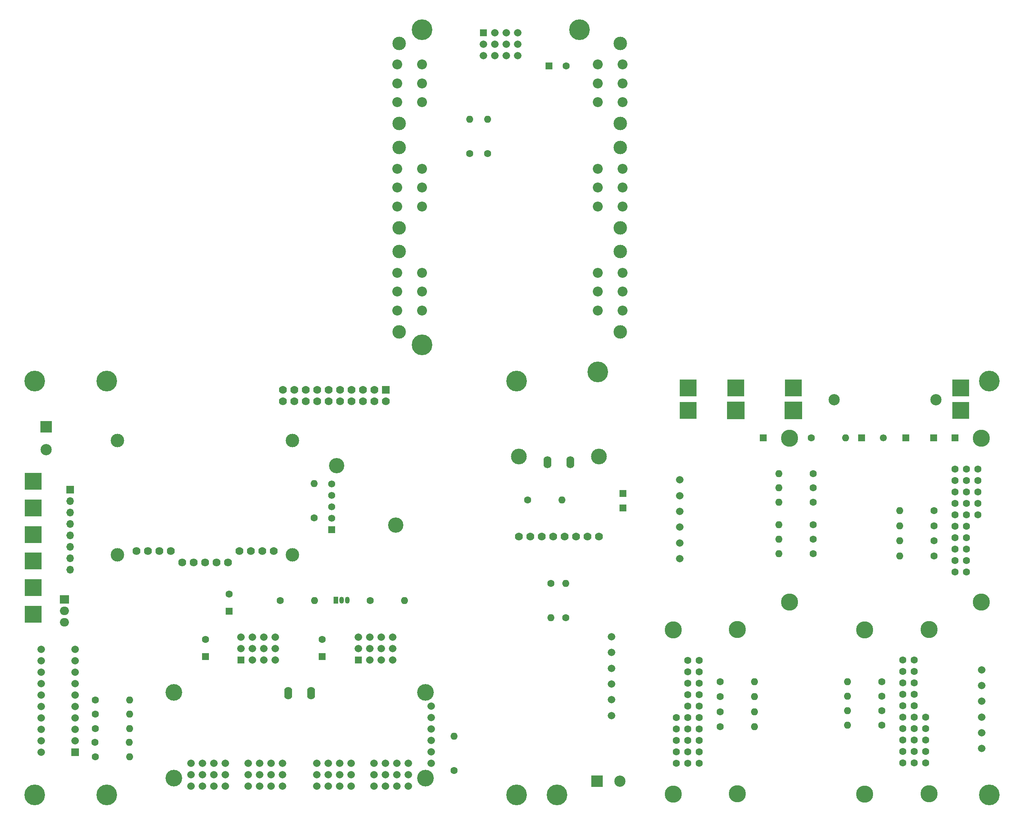
<source format=gts>
G04 #@! TF.GenerationSoftware,KiCad,Pcbnew,(5.1.10-1-10_14)*
G04 #@! TF.CreationDate,2023-03-19T13:19:43-07:00*
G04 #@! TF.ProjectId,Control_Boards,436f6e74-726f-46c5-9f42-6f617264732e,rev?*
G04 #@! TF.SameCoordinates,Original*
G04 #@! TF.FileFunction,Soldermask,Top*
G04 #@! TF.FilePolarity,Negative*
%FSLAX46Y46*%
G04 Gerber Fmt 4.6, Leading zero omitted, Abs format (unit mm)*
G04 Created by KiCad (PCBNEW (5.1.10-1-10_14)) date 2023-03-19 13:19:43*
%MOMM*%
%LPD*%
G01*
G04 APERTURE LIST*
%ADD10C,1.600000*%
%ADD11R,1.600000X1.600000*%
%ADD12C,1.670000*%
%ADD13R,1.524000X1.524000*%
%ADD14C,3.800000*%
%ADD15C,3.698499*%
%ADD16O,1.760000X2.800000*%
%ADD17C,4.600000*%
%ADD18R,3.800000X3.800000*%
%ADD19R,2.500000X2.500000*%
%ADD20C,2.500000*%
%ADD21O,2.000000X1.905000*%
%ADD22R,2.000000X1.905000*%
%ADD23O,1.600000X1.600000*%
%ADD24R,1.050000X1.500000*%
%ADD25O,1.050000X1.500000*%
%ADD26C,2.997200*%
%ADD27C,2.209800*%
%ADD28R,1.670000X1.670000*%
%ADD29R,1.778000X1.778000*%
%ADD30C,1.778000*%
%ADD31O,1.760000X2.700000*%
%ADD32O,3.500000X3.500000*%
%ADD33O,1.700000X1.700000*%
%ADD34R,1.700000X1.700000*%
%ADD35C,1.780000*%
%ADD36C,3.000000*%
%ADD37C,1.560000*%
%ADD38R,1.560000X1.560000*%
%ADD39C,3.400000*%
%ADD40R,4.000000X4.000000*%
%ADD41C,1.550000*%
%ADD42R,1.550000X1.550000*%
G04 APERTURE END LIST*
D10*
X74930000Y-152740200D03*
D11*
X74930000Y-156540200D03*
D12*
X90449400Y-152197549D03*
X90449400Y-154737549D03*
X90449400Y-157277549D03*
X87909400Y-152197549D03*
X87909400Y-154737549D03*
X87909400Y-157277549D03*
X85369400Y-152197549D03*
X85369400Y-154737549D03*
X85369400Y-157277549D03*
X82829400Y-152197549D03*
D13*
X82829400Y-157277549D03*
D12*
X82829400Y-154737549D03*
X116535200Y-152197549D03*
X116535200Y-154737549D03*
X116535200Y-157277549D03*
X113995200Y-152197549D03*
X113995200Y-154737549D03*
X113995200Y-157277549D03*
X111455200Y-152197549D03*
X111455200Y-154737549D03*
X111455200Y-157277549D03*
X108915200Y-152197549D03*
D13*
X108915200Y-157277549D03*
D12*
X108915200Y-154737549D03*
D10*
X100914200Y-152740200D03*
D11*
X100914200Y-156540200D03*
D12*
X165100000Y-152121200D03*
X165100000Y-155621200D03*
X165100000Y-159121200D03*
X165100000Y-162621200D03*
X165100000Y-166121200D03*
X165100000Y-169621200D03*
D10*
X182086000Y-157382000D03*
X184626000Y-157382000D03*
X182086000Y-159922000D03*
X184626000Y-159922000D03*
X182086000Y-162462000D03*
X184626000Y-162462000D03*
X182086000Y-165002000D03*
X184626000Y-165002000D03*
X182086000Y-167542000D03*
X184626000Y-167542000D03*
X182086000Y-170082000D03*
X184626000Y-170082000D03*
X182086000Y-172622000D03*
X184626000Y-172622000D03*
X182086000Y-175162000D03*
X184626000Y-175162000D03*
X182086000Y-177702000D03*
X184626000Y-177702000D03*
X182086000Y-180242000D03*
X184626000Y-180242000D03*
X179546000Y-170082000D03*
X179546000Y-172622000D03*
X179546000Y-175162000D03*
X179546000Y-177702000D03*
X179546000Y-180242000D03*
D14*
X178816000Y-150622000D03*
X178816000Y-187071000D03*
X221361000Y-150622000D03*
X221361000Y-187071000D03*
D10*
X232365800Y-157305800D03*
X229825800Y-157305800D03*
X232365800Y-159845800D03*
X229825800Y-159845800D03*
X232365800Y-162385800D03*
X229825800Y-162385800D03*
X232365800Y-164925800D03*
X229825800Y-164925800D03*
X232365800Y-167465800D03*
X229825800Y-167465800D03*
X232365800Y-170005800D03*
X229825800Y-170005800D03*
X232365800Y-172545800D03*
X229825800Y-172545800D03*
X232365800Y-175085800D03*
X229825800Y-175085800D03*
X232365800Y-177625800D03*
X229825800Y-177625800D03*
X232365800Y-180165800D03*
X229825800Y-180165800D03*
X234905800Y-170005800D03*
X234905800Y-172545800D03*
X234905800Y-175085800D03*
X234905800Y-177625800D03*
X234905800Y-180165800D03*
D14*
X235635800Y-150545800D03*
X235635800Y-186994800D03*
X193090800Y-150545800D03*
X193090800Y-186994800D03*
D15*
X123781600Y-183522400D03*
X123781600Y-164490400D03*
X67919600Y-164490400D03*
X67919600Y-183522400D03*
D12*
X125069600Y-180238400D03*
X125069600Y-177698400D03*
X125069600Y-175158400D03*
X125069600Y-172618400D03*
X125069600Y-170078400D03*
X125069600Y-167538400D03*
D16*
X98399600Y-164642800D03*
X93319600Y-164642800D03*
D12*
X119989600Y-180238400D03*
X119989600Y-182778400D03*
X119989600Y-185318400D03*
X117449600Y-180238400D03*
X117449600Y-182778400D03*
X117449600Y-185318400D03*
X114909600Y-180238400D03*
X114909600Y-182778400D03*
X114909600Y-185318400D03*
X112369600Y-180238400D03*
X112369600Y-182778400D03*
X112369600Y-185318400D03*
X107289600Y-180238400D03*
X107289600Y-182778400D03*
X107289600Y-185318400D03*
X104749600Y-180238400D03*
X104749600Y-182778400D03*
X104749600Y-185318400D03*
X102209600Y-180238400D03*
X102209600Y-182778400D03*
X102209600Y-185318400D03*
X99669600Y-180238400D03*
X99669600Y-182778400D03*
X99669600Y-185318400D03*
X92049600Y-180238400D03*
X92049600Y-182778400D03*
X92049600Y-185318400D03*
X89509600Y-180238400D03*
X89509600Y-182778400D03*
X89509600Y-185318400D03*
X86969600Y-180238400D03*
X86969600Y-182778400D03*
X86969600Y-185318400D03*
X84429600Y-180238400D03*
X84429600Y-182778400D03*
X84429600Y-185318400D03*
X79349600Y-180238400D03*
X79349600Y-182778400D03*
X79349600Y-185318400D03*
X76809600Y-180238400D03*
X76809600Y-182778400D03*
X76809600Y-185318400D03*
X74269600Y-180238400D03*
X74269600Y-182778400D03*
X74269600Y-185318400D03*
X71729600Y-180238400D03*
X71729600Y-182778400D03*
X71729600Y-185318400D03*
D17*
X162045400Y-93287600D03*
X123045400Y-87287600D03*
X158045400Y-17287600D03*
X123045400Y-17287600D03*
X37045400Y-187287600D03*
X153045400Y-187287600D03*
X249045400Y-187287600D03*
X249045400Y-95287600D03*
X37045400Y-95287600D03*
X53045400Y-187287600D03*
X144045400Y-187287600D03*
X144045400Y-95287600D03*
X53045400Y-95287600D03*
D18*
X242697000Y-101824800D03*
X242697000Y-96824800D03*
D19*
X161950400Y-184175400D03*
D20*
X167030400Y-184175400D03*
D21*
X43637200Y-148920200D03*
X43637200Y-146380200D03*
D22*
X43637200Y-143840200D03*
D23*
X154101800Y-121742200D03*
D10*
X146481800Y-121742200D03*
D23*
X99212400Y-144119600D03*
D10*
X91592400Y-144119600D03*
D23*
X119126000Y-144119600D03*
D10*
X111506000Y-144119600D03*
D23*
X202311000Y-127228600D03*
D10*
X209931000Y-127228600D03*
D23*
X202311000Y-130441700D03*
D10*
X209931000Y-130441700D03*
D23*
X202311000Y-133654800D03*
D10*
X209931000Y-133654800D03*
D24*
X103886000Y-144018000D03*
D25*
X106426000Y-144018000D03*
X105156000Y-144018000D03*
D26*
X167100000Y-66553080D03*
X167100000Y-84358480D03*
D27*
X167557200Y-79659480D03*
X167557200Y-75458320D03*
X167557200Y-71257160D03*
X162045400Y-79659480D03*
X162045400Y-75458320D03*
X162045400Y-71257160D03*
D10*
X80213200Y-142656400D03*
D11*
X80213200Y-146456400D03*
D12*
X144297400Y-22987000D03*
X144297400Y-20447000D03*
X144297400Y-17907000D03*
X141757400Y-22987000D03*
X141757400Y-20447000D03*
X141757400Y-17907000D03*
X139217400Y-22987000D03*
X139217400Y-20447000D03*
X139217400Y-17907000D03*
X136677400Y-22987000D03*
D13*
X136677400Y-17907000D03*
D12*
X136677400Y-20447000D03*
X247319800Y-159461800D03*
X247319800Y-162961800D03*
X247319800Y-166461800D03*
X247319800Y-169961800D03*
X247319800Y-173461800D03*
X247319800Y-176961800D03*
X180263800Y-134771800D03*
X180263800Y-131271800D03*
X180263800Y-127771800D03*
X180263800Y-124271800D03*
X180263800Y-120771800D03*
X180263800Y-117271800D03*
X45974000Y-154940000D03*
X45974000Y-157480000D03*
X45974000Y-160020000D03*
X45974000Y-162560000D03*
X45974000Y-165100000D03*
X45974000Y-167640000D03*
X45974000Y-170180000D03*
X45974000Y-172720000D03*
X45974000Y-175260000D03*
D28*
X45974000Y-177800000D03*
D12*
X38474000Y-154940000D03*
X38474000Y-157480000D03*
X38474000Y-160020000D03*
X38474000Y-162560000D03*
X38474000Y-165100000D03*
X38474000Y-167640000D03*
X38474000Y-170180000D03*
X38474000Y-172720000D03*
X38474000Y-175260000D03*
X38474000Y-177800000D03*
D26*
X167100000Y-20274280D03*
X167100000Y-38079680D03*
D27*
X167557200Y-33380680D03*
X167557200Y-29179520D03*
X167557200Y-24978360D03*
X162045400Y-33380680D03*
X162045400Y-29179520D03*
X162045400Y-24978360D03*
D26*
X117990800Y-38079680D03*
X117990800Y-20274280D03*
D27*
X117533600Y-24973280D03*
X117533600Y-29174440D03*
X117533600Y-33375600D03*
X123045400Y-24973280D03*
X123045400Y-29174440D03*
X123045400Y-33375600D03*
D26*
X117990800Y-84358480D03*
X117990800Y-66553080D03*
D27*
X117533600Y-71252080D03*
X117533600Y-75453240D03*
X117533600Y-79654400D03*
X123045400Y-71252080D03*
X123045400Y-75453240D03*
X123045400Y-79654400D03*
D26*
X117990800Y-61244480D03*
X117990800Y-43439080D03*
D27*
X117533600Y-48138080D03*
X117533600Y-52339240D03*
X117533600Y-56540400D03*
X123045400Y-48138080D03*
X123045400Y-52339240D03*
X123045400Y-56540400D03*
D26*
X167100000Y-43439080D03*
X167100000Y-61244480D03*
D27*
X167557200Y-56545480D03*
X167557200Y-52344320D03*
X167557200Y-48143160D03*
X162045400Y-56545480D03*
X162045400Y-52344320D03*
X162045400Y-48143160D03*
D29*
X115045400Y-97287600D03*
D30*
X115045400Y-99827600D03*
X112505400Y-97287600D03*
X109965400Y-97287600D03*
X107425400Y-97287600D03*
X104885400Y-97287600D03*
X102345400Y-97287600D03*
X99805400Y-97287600D03*
X97265400Y-97287600D03*
X94725400Y-97287600D03*
X92185400Y-97287600D03*
X112505400Y-99827600D03*
X109965400Y-99827600D03*
X107425400Y-99827600D03*
X104885400Y-99827600D03*
X102345400Y-99827600D03*
X99805400Y-99827600D03*
X97265400Y-99827600D03*
X94725400Y-99827600D03*
X92185400Y-99827600D03*
D10*
X155041600Y-25323800D03*
D11*
X151241600Y-25323800D03*
D18*
X36677600Y-147091400D03*
X36677600Y-141193520D03*
X36677600Y-135295640D03*
X36677600Y-129397760D03*
X36677600Y-123499880D03*
D13*
X167690800Y-120281700D03*
X198871840Y-107939840D03*
X220700600Y-107939840D03*
D18*
X36677600Y-117602000D03*
D13*
X167665400Y-123520200D03*
X236702600Y-107899200D03*
X241401600Y-107899200D03*
D23*
X99060000Y-118059200D03*
D10*
X99060000Y-125679200D03*
D30*
X162306000Y-129844800D03*
X159766000Y-129844800D03*
X157226000Y-129844800D03*
X154686000Y-129844800D03*
X152146000Y-129844800D03*
X149606000Y-129844800D03*
X147066000Y-129844800D03*
X144526000Y-129844800D03*
D31*
X155956000Y-113334800D03*
X150876000Y-113334800D03*
D32*
X162306000Y-112064800D03*
X144526000Y-112064800D03*
D33*
X44932600Y-137185400D03*
X44932600Y-134645400D03*
X44932600Y-132105400D03*
X44932600Y-129565400D03*
X44932600Y-127025400D03*
X44932600Y-124485400D03*
X44932600Y-121945400D03*
D34*
X44932600Y-119405400D03*
D35*
X59613800Y-133045200D03*
X62153800Y-133045200D03*
X64693800Y-133045200D03*
X67233800Y-133045200D03*
X69773800Y-135585200D03*
X72313800Y-135585200D03*
X74853800Y-135585200D03*
X77393800Y-135585200D03*
X79933800Y-135585200D03*
D36*
X55443800Y-133925200D03*
X55443800Y-108525200D03*
X94243800Y-108525200D03*
X94243800Y-133925200D03*
D30*
X90093800Y-133045200D03*
X85013800Y-133045200D03*
X87553800Y-133045200D03*
X82473800Y-133045200D03*
D10*
X243952625Y-137702142D03*
X241412625Y-137702142D03*
X243952625Y-135162142D03*
X241412625Y-135162142D03*
X243952625Y-132622142D03*
X241412625Y-132622142D03*
X243952625Y-130082142D03*
X241412625Y-130082142D03*
X243952625Y-127542142D03*
X241412625Y-127542142D03*
X243952625Y-125002142D03*
X241412625Y-125002142D03*
X243952625Y-122462142D03*
X241412625Y-122462142D03*
X243952625Y-119922142D03*
X241412625Y-119922142D03*
X243952625Y-117382142D03*
X241412625Y-117382142D03*
X243952625Y-114842142D03*
X241412625Y-114842142D03*
X246492625Y-125002142D03*
X246492625Y-122462142D03*
X246492625Y-119922142D03*
X246492625Y-117382142D03*
X246492625Y-114842142D03*
D14*
X247222625Y-144462142D03*
X247222625Y-108013142D03*
X204677625Y-144462142D03*
X204677625Y-108013142D03*
D37*
X103022400Y-118186200D03*
X103022400Y-120726200D03*
X103022400Y-123266200D03*
X103022400Y-125806200D03*
D38*
X103022400Y-128346200D03*
D39*
X117252400Y-127316200D03*
X104052400Y-114116200D03*
D20*
X214582200Y-99466400D03*
X237182200Y-99466400D03*
D19*
X39585900Y-105498900D03*
D20*
X39585900Y-110578900D03*
D18*
X182168800Y-101824800D03*
X182168800Y-96824800D03*
D40*
X192709800Y-101824800D03*
D18*
X192709800Y-96824800D03*
D40*
X205562200Y-101824800D03*
D18*
X205562200Y-96824800D03*
D41*
X225479600Y-107939840D03*
D42*
X230479600Y-107939840D03*
D23*
X229108000Y-124129800D03*
D10*
X236728000Y-124129800D03*
D23*
X217576400Y-171729400D03*
D10*
X225196400Y-171729400D03*
D23*
X130175000Y-174218600D03*
D10*
X130175000Y-181838600D03*
D23*
X196875400Y-165421734D03*
D10*
X189255400Y-165421734D03*
D23*
X137617200Y-37185600D03*
D10*
X137617200Y-44805600D03*
D23*
X133680200Y-37185600D03*
D10*
X133680200Y-44805600D03*
D23*
X229108000Y-127474133D03*
D10*
X236728000Y-127474133D03*
D23*
X196875400Y-172110400D03*
D10*
X189255400Y-172110400D03*
D23*
X217576400Y-162153600D03*
D10*
X225196400Y-162153600D03*
D23*
X229108000Y-134162800D03*
D10*
X236728000Y-134162800D03*
D23*
X217576400Y-165345533D03*
D10*
X225196400Y-165345533D03*
D23*
X196875400Y-162077400D03*
D10*
X189255400Y-162077400D03*
D23*
X196875400Y-168766067D03*
D10*
X189255400Y-168766067D03*
D23*
X58089800Y-166192200D03*
D10*
X50469800Y-166192200D03*
D23*
X229108000Y-130818466D03*
D10*
X236728000Y-130818466D03*
D23*
X58089800Y-172491400D03*
D10*
X50469800Y-172491400D03*
D23*
X151714200Y-147878800D03*
D10*
X151714200Y-140258800D03*
D23*
X217103960Y-107939840D03*
D10*
X209483960Y-107939840D03*
D23*
X202311000Y-122250200D03*
D10*
X209931000Y-122250200D03*
D23*
X202311000Y-119062500D03*
D10*
X209931000Y-119062500D03*
D23*
X202311000Y-115874800D03*
D10*
X209931000Y-115874800D03*
D23*
X155016200Y-140233400D03*
D10*
X155016200Y-147853400D03*
D23*
X58089800Y-178790600D03*
D10*
X50469800Y-178790600D03*
D23*
X58089800Y-169341800D03*
D10*
X50469800Y-169341800D03*
D23*
X58064400Y-175590200D03*
D10*
X50444400Y-175590200D03*
D23*
X217576400Y-168537466D03*
D10*
X225196400Y-168537466D03*
M02*

</source>
